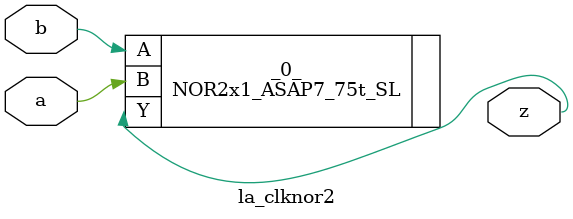
<source format=v>

/* Generated by Yosys 0.37 (git sha1 a5c7f69ed, clang 14.0.0-1ubuntu1.1 -fPIC -Os) */

module la_clknor2(a, b, z);
  input a;
  wire a;
  input b;
  wire b;
  output z;
  wire z;
  NOR2x1_ASAP7_75t_SL _0_ (
    .A(b),
    .B(a),
    .Y(z)
  );
endmodule

</source>
